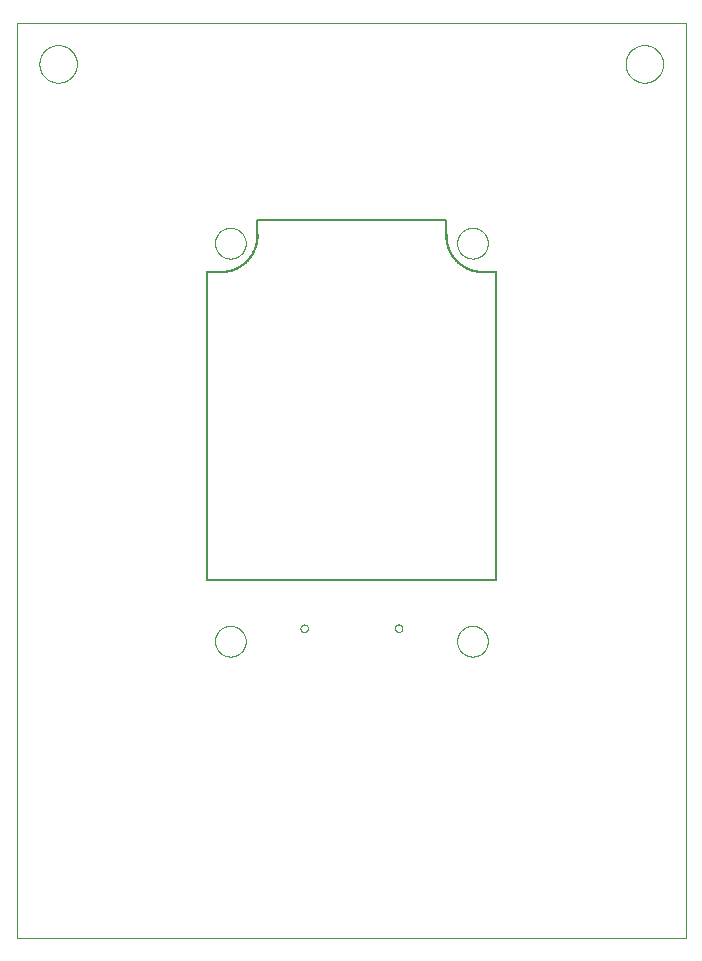
<source format=gm1>
G75*
%MOIN*%
%OFA0B0*%
%FSLAX25Y25*%
%IPPOS*%
%LPD*%
%AMOC8*
5,1,8,0,0,1.08239X$1,22.5*
%
%ADD10C,0.00000*%
%ADD11C,0.00500*%
%ADD12C,0.00050*%
D10*
X0076834Y0082447D02*
X0076834Y0387447D01*
X0299834Y0387447D01*
X0299834Y0082447D01*
X0076834Y0082447D01*
X0142922Y0181412D02*
X0142924Y0181555D01*
X0142930Y0181698D01*
X0142940Y0181840D01*
X0142954Y0181982D01*
X0142972Y0182124D01*
X0142994Y0182266D01*
X0143019Y0182406D01*
X0143049Y0182546D01*
X0143083Y0182685D01*
X0143120Y0182823D01*
X0143162Y0182960D01*
X0143207Y0183095D01*
X0143256Y0183229D01*
X0143308Y0183362D01*
X0143364Y0183494D01*
X0143424Y0183623D01*
X0143488Y0183751D01*
X0143555Y0183878D01*
X0143626Y0184002D01*
X0143700Y0184124D01*
X0143777Y0184244D01*
X0143858Y0184362D01*
X0143942Y0184478D01*
X0144029Y0184591D01*
X0144119Y0184702D01*
X0144213Y0184810D01*
X0144309Y0184916D01*
X0144408Y0185018D01*
X0144511Y0185118D01*
X0144615Y0185215D01*
X0144723Y0185310D01*
X0144833Y0185401D01*
X0144946Y0185489D01*
X0145061Y0185573D01*
X0145178Y0185655D01*
X0145298Y0185733D01*
X0145419Y0185808D01*
X0145543Y0185880D01*
X0145669Y0185948D01*
X0145796Y0186012D01*
X0145926Y0186073D01*
X0146057Y0186130D01*
X0146189Y0186184D01*
X0146323Y0186233D01*
X0146458Y0186280D01*
X0146595Y0186322D01*
X0146733Y0186360D01*
X0146871Y0186395D01*
X0147011Y0186425D01*
X0147151Y0186452D01*
X0147292Y0186475D01*
X0147434Y0186494D01*
X0147576Y0186509D01*
X0147719Y0186520D01*
X0147861Y0186527D01*
X0148004Y0186530D01*
X0148147Y0186529D01*
X0148290Y0186524D01*
X0148433Y0186515D01*
X0148575Y0186502D01*
X0148717Y0186485D01*
X0148858Y0186464D01*
X0148999Y0186439D01*
X0149139Y0186411D01*
X0149278Y0186378D01*
X0149416Y0186341D01*
X0149553Y0186301D01*
X0149689Y0186257D01*
X0149824Y0186209D01*
X0149957Y0186157D01*
X0150089Y0186102D01*
X0150219Y0186043D01*
X0150348Y0185980D01*
X0150474Y0185914D01*
X0150599Y0185844D01*
X0150722Y0185771D01*
X0150842Y0185695D01*
X0150961Y0185615D01*
X0151077Y0185531D01*
X0151191Y0185445D01*
X0151302Y0185355D01*
X0151411Y0185263D01*
X0151517Y0185167D01*
X0151621Y0185069D01*
X0151722Y0184967D01*
X0151819Y0184863D01*
X0151914Y0184756D01*
X0152006Y0184647D01*
X0152095Y0184535D01*
X0152181Y0184420D01*
X0152263Y0184304D01*
X0152342Y0184184D01*
X0152418Y0184063D01*
X0152490Y0183940D01*
X0152559Y0183815D01*
X0152624Y0183688D01*
X0152686Y0183559D01*
X0152744Y0183428D01*
X0152799Y0183296D01*
X0152849Y0183162D01*
X0152896Y0183027D01*
X0152940Y0182891D01*
X0152979Y0182754D01*
X0153014Y0182615D01*
X0153046Y0182476D01*
X0153074Y0182336D01*
X0153098Y0182195D01*
X0153118Y0182053D01*
X0153134Y0181911D01*
X0153146Y0181769D01*
X0153154Y0181626D01*
X0153158Y0181483D01*
X0153158Y0181341D01*
X0153154Y0181198D01*
X0153146Y0181055D01*
X0153134Y0180913D01*
X0153118Y0180771D01*
X0153098Y0180629D01*
X0153074Y0180488D01*
X0153046Y0180348D01*
X0153014Y0180209D01*
X0152979Y0180070D01*
X0152940Y0179933D01*
X0152896Y0179797D01*
X0152849Y0179662D01*
X0152799Y0179528D01*
X0152744Y0179396D01*
X0152686Y0179265D01*
X0152624Y0179136D01*
X0152559Y0179009D01*
X0152490Y0178884D01*
X0152418Y0178761D01*
X0152342Y0178640D01*
X0152263Y0178520D01*
X0152181Y0178404D01*
X0152095Y0178289D01*
X0152006Y0178177D01*
X0151914Y0178068D01*
X0151819Y0177961D01*
X0151722Y0177857D01*
X0151621Y0177755D01*
X0151517Y0177657D01*
X0151411Y0177561D01*
X0151302Y0177469D01*
X0151191Y0177379D01*
X0151077Y0177293D01*
X0150961Y0177209D01*
X0150842Y0177129D01*
X0150722Y0177053D01*
X0150599Y0176980D01*
X0150474Y0176910D01*
X0150348Y0176844D01*
X0150219Y0176781D01*
X0150089Y0176722D01*
X0149957Y0176667D01*
X0149824Y0176615D01*
X0149689Y0176567D01*
X0149553Y0176523D01*
X0149416Y0176483D01*
X0149278Y0176446D01*
X0149139Y0176413D01*
X0148999Y0176385D01*
X0148858Y0176360D01*
X0148717Y0176339D01*
X0148575Y0176322D01*
X0148433Y0176309D01*
X0148290Y0176300D01*
X0148147Y0176295D01*
X0148004Y0176294D01*
X0147861Y0176297D01*
X0147719Y0176304D01*
X0147576Y0176315D01*
X0147434Y0176330D01*
X0147292Y0176349D01*
X0147151Y0176372D01*
X0147011Y0176399D01*
X0146871Y0176429D01*
X0146733Y0176464D01*
X0146595Y0176502D01*
X0146458Y0176544D01*
X0146323Y0176591D01*
X0146189Y0176640D01*
X0146057Y0176694D01*
X0145926Y0176751D01*
X0145796Y0176812D01*
X0145669Y0176876D01*
X0145543Y0176944D01*
X0145419Y0177016D01*
X0145298Y0177091D01*
X0145178Y0177169D01*
X0145061Y0177251D01*
X0144946Y0177335D01*
X0144833Y0177423D01*
X0144723Y0177514D01*
X0144615Y0177609D01*
X0144511Y0177706D01*
X0144408Y0177806D01*
X0144309Y0177908D01*
X0144213Y0178014D01*
X0144119Y0178122D01*
X0144029Y0178233D01*
X0143942Y0178346D01*
X0143858Y0178462D01*
X0143777Y0178580D01*
X0143700Y0178700D01*
X0143626Y0178822D01*
X0143555Y0178946D01*
X0143488Y0179073D01*
X0143424Y0179201D01*
X0143364Y0179330D01*
X0143308Y0179462D01*
X0143256Y0179595D01*
X0143207Y0179729D01*
X0143162Y0179864D01*
X0143120Y0180001D01*
X0143083Y0180139D01*
X0143049Y0180278D01*
X0143019Y0180418D01*
X0142994Y0180558D01*
X0142972Y0180700D01*
X0142954Y0180842D01*
X0142940Y0180984D01*
X0142930Y0181126D01*
X0142924Y0181269D01*
X0142922Y0181412D01*
X0171396Y0185743D02*
X0171398Y0185813D01*
X0171404Y0185883D01*
X0171414Y0185952D01*
X0171427Y0186021D01*
X0171445Y0186089D01*
X0171466Y0186156D01*
X0171491Y0186221D01*
X0171520Y0186285D01*
X0171552Y0186348D01*
X0171588Y0186408D01*
X0171627Y0186466D01*
X0171669Y0186522D01*
X0171714Y0186576D01*
X0171762Y0186627D01*
X0171813Y0186675D01*
X0171867Y0186720D01*
X0171923Y0186762D01*
X0171981Y0186801D01*
X0172041Y0186837D01*
X0172104Y0186869D01*
X0172168Y0186898D01*
X0172233Y0186923D01*
X0172300Y0186944D01*
X0172368Y0186962D01*
X0172437Y0186975D01*
X0172506Y0186985D01*
X0172576Y0186991D01*
X0172646Y0186993D01*
X0172716Y0186991D01*
X0172786Y0186985D01*
X0172855Y0186975D01*
X0172924Y0186962D01*
X0172992Y0186944D01*
X0173059Y0186923D01*
X0173124Y0186898D01*
X0173188Y0186869D01*
X0173251Y0186837D01*
X0173311Y0186801D01*
X0173369Y0186762D01*
X0173425Y0186720D01*
X0173479Y0186675D01*
X0173530Y0186627D01*
X0173578Y0186576D01*
X0173623Y0186522D01*
X0173665Y0186466D01*
X0173704Y0186408D01*
X0173740Y0186348D01*
X0173772Y0186285D01*
X0173801Y0186221D01*
X0173826Y0186156D01*
X0173847Y0186089D01*
X0173865Y0186021D01*
X0173878Y0185952D01*
X0173888Y0185883D01*
X0173894Y0185813D01*
X0173896Y0185743D01*
X0173894Y0185673D01*
X0173888Y0185603D01*
X0173878Y0185534D01*
X0173865Y0185465D01*
X0173847Y0185397D01*
X0173826Y0185330D01*
X0173801Y0185265D01*
X0173772Y0185201D01*
X0173740Y0185138D01*
X0173704Y0185078D01*
X0173665Y0185020D01*
X0173623Y0184964D01*
X0173578Y0184910D01*
X0173530Y0184859D01*
X0173479Y0184811D01*
X0173425Y0184766D01*
X0173369Y0184724D01*
X0173311Y0184685D01*
X0173251Y0184649D01*
X0173188Y0184617D01*
X0173124Y0184588D01*
X0173059Y0184563D01*
X0172992Y0184542D01*
X0172924Y0184524D01*
X0172855Y0184511D01*
X0172786Y0184501D01*
X0172716Y0184495D01*
X0172646Y0184493D01*
X0172576Y0184495D01*
X0172506Y0184501D01*
X0172437Y0184511D01*
X0172368Y0184524D01*
X0172300Y0184542D01*
X0172233Y0184563D01*
X0172168Y0184588D01*
X0172104Y0184617D01*
X0172041Y0184649D01*
X0171981Y0184685D01*
X0171923Y0184724D01*
X0171867Y0184766D01*
X0171813Y0184811D01*
X0171762Y0184859D01*
X0171714Y0184910D01*
X0171669Y0184964D01*
X0171627Y0185020D01*
X0171588Y0185078D01*
X0171552Y0185138D01*
X0171520Y0185201D01*
X0171491Y0185265D01*
X0171466Y0185330D01*
X0171445Y0185397D01*
X0171427Y0185465D01*
X0171414Y0185534D01*
X0171404Y0185603D01*
X0171398Y0185673D01*
X0171396Y0185743D01*
X0202892Y0185743D02*
X0202894Y0185813D01*
X0202900Y0185883D01*
X0202910Y0185952D01*
X0202923Y0186021D01*
X0202941Y0186089D01*
X0202962Y0186156D01*
X0202987Y0186221D01*
X0203016Y0186285D01*
X0203048Y0186348D01*
X0203084Y0186408D01*
X0203123Y0186466D01*
X0203165Y0186522D01*
X0203210Y0186576D01*
X0203258Y0186627D01*
X0203309Y0186675D01*
X0203363Y0186720D01*
X0203419Y0186762D01*
X0203477Y0186801D01*
X0203537Y0186837D01*
X0203600Y0186869D01*
X0203664Y0186898D01*
X0203729Y0186923D01*
X0203796Y0186944D01*
X0203864Y0186962D01*
X0203933Y0186975D01*
X0204002Y0186985D01*
X0204072Y0186991D01*
X0204142Y0186993D01*
X0204212Y0186991D01*
X0204282Y0186985D01*
X0204351Y0186975D01*
X0204420Y0186962D01*
X0204488Y0186944D01*
X0204555Y0186923D01*
X0204620Y0186898D01*
X0204684Y0186869D01*
X0204747Y0186837D01*
X0204807Y0186801D01*
X0204865Y0186762D01*
X0204921Y0186720D01*
X0204975Y0186675D01*
X0205026Y0186627D01*
X0205074Y0186576D01*
X0205119Y0186522D01*
X0205161Y0186466D01*
X0205200Y0186408D01*
X0205236Y0186348D01*
X0205268Y0186285D01*
X0205297Y0186221D01*
X0205322Y0186156D01*
X0205343Y0186089D01*
X0205361Y0186021D01*
X0205374Y0185952D01*
X0205384Y0185883D01*
X0205390Y0185813D01*
X0205392Y0185743D01*
X0205390Y0185673D01*
X0205384Y0185603D01*
X0205374Y0185534D01*
X0205361Y0185465D01*
X0205343Y0185397D01*
X0205322Y0185330D01*
X0205297Y0185265D01*
X0205268Y0185201D01*
X0205236Y0185138D01*
X0205200Y0185078D01*
X0205161Y0185020D01*
X0205119Y0184964D01*
X0205074Y0184910D01*
X0205026Y0184859D01*
X0204975Y0184811D01*
X0204921Y0184766D01*
X0204865Y0184724D01*
X0204807Y0184685D01*
X0204747Y0184649D01*
X0204684Y0184617D01*
X0204620Y0184588D01*
X0204555Y0184563D01*
X0204488Y0184542D01*
X0204420Y0184524D01*
X0204351Y0184511D01*
X0204282Y0184501D01*
X0204212Y0184495D01*
X0204142Y0184493D01*
X0204072Y0184495D01*
X0204002Y0184501D01*
X0203933Y0184511D01*
X0203864Y0184524D01*
X0203796Y0184542D01*
X0203729Y0184563D01*
X0203664Y0184588D01*
X0203600Y0184617D01*
X0203537Y0184649D01*
X0203477Y0184685D01*
X0203419Y0184724D01*
X0203363Y0184766D01*
X0203309Y0184811D01*
X0203258Y0184859D01*
X0203210Y0184910D01*
X0203165Y0184964D01*
X0203123Y0185020D01*
X0203084Y0185078D01*
X0203048Y0185138D01*
X0203016Y0185201D01*
X0202987Y0185265D01*
X0202962Y0185330D01*
X0202941Y0185397D01*
X0202923Y0185465D01*
X0202910Y0185534D01*
X0202900Y0185603D01*
X0202894Y0185673D01*
X0202892Y0185743D01*
X0223630Y0181412D02*
X0223632Y0181555D01*
X0223638Y0181698D01*
X0223648Y0181840D01*
X0223662Y0181982D01*
X0223680Y0182124D01*
X0223702Y0182266D01*
X0223727Y0182406D01*
X0223757Y0182546D01*
X0223791Y0182685D01*
X0223828Y0182823D01*
X0223870Y0182960D01*
X0223915Y0183095D01*
X0223964Y0183229D01*
X0224016Y0183362D01*
X0224072Y0183494D01*
X0224132Y0183623D01*
X0224196Y0183751D01*
X0224263Y0183878D01*
X0224334Y0184002D01*
X0224408Y0184124D01*
X0224485Y0184244D01*
X0224566Y0184362D01*
X0224650Y0184478D01*
X0224737Y0184591D01*
X0224827Y0184702D01*
X0224921Y0184810D01*
X0225017Y0184916D01*
X0225116Y0185018D01*
X0225219Y0185118D01*
X0225323Y0185215D01*
X0225431Y0185310D01*
X0225541Y0185401D01*
X0225654Y0185489D01*
X0225769Y0185573D01*
X0225886Y0185655D01*
X0226006Y0185733D01*
X0226127Y0185808D01*
X0226251Y0185880D01*
X0226377Y0185948D01*
X0226504Y0186012D01*
X0226634Y0186073D01*
X0226765Y0186130D01*
X0226897Y0186184D01*
X0227031Y0186233D01*
X0227166Y0186280D01*
X0227303Y0186322D01*
X0227441Y0186360D01*
X0227579Y0186395D01*
X0227719Y0186425D01*
X0227859Y0186452D01*
X0228000Y0186475D01*
X0228142Y0186494D01*
X0228284Y0186509D01*
X0228427Y0186520D01*
X0228569Y0186527D01*
X0228712Y0186530D01*
X0228855Y0186529D01*
X0228998Y0186524D01*
X0229141Y0186515D01*
X0229283Y0186502D01*
X0229425Y0186485D01*
X0229566Y0186464D01*
X0229707Y0186439D01*
X0229847Y0186411D01*
X0229986Y0186378D01*
X0230124Y0186341D01*
X0230261Y0186301D01*
X0230397Y0186257D01*
X0230532Y0186209D01*
X0230665Y0186157D01*
X0230797Y0186102D01*
X0230927Y0186043D01*
X0231056Y0185980D01*
X0231182Y0185914D01*
X0231307Y0185844D01*
X0231430Y0185771D01*
X0231550Y0185695D01*
X0231669Y0185615D01*
X0231785Y0185531D01*
X0231899Y0185445D01*
X0232010Y0185355D01*
X0232119Y0185263D01*
X0232225Y0185167D01*
X0232329Y0185069D01*
X0232430Y0184967D01*
X0232527Y0184863D01*
X0232622Y0184756D01*
X0232714Y0184647D01*
X0232803Y0184535D01*
X0232889Y0184420D01*
X0232971Y0184304D01*
X0233050Y0184184D01*
X0233126Y0184063D01*
X0233198Y0183940D01*
X0233267Y0183815D01*
X0233332Y0183688D01*
X0233394Y0183559D01*
X0233452Y0183428D01*
X0233507Y0183296D01*
X0233557Y0183162D01*
X0233604Y0183027D01*
X0233648Y0182891D01*
X0233687Y0182754D01*
X0233722Y0182615D01*
X0233754Y0182476D01*
X0233782Y0182336D01*
X0233806Y0182195D01*
X0233826Y0182053D01*
X0233842Y0181911D01*
X0233854Y0181769D01*
X0233862Y0181626D01*
X0233866Y0181483D01*
X0233866Y0181341D01*
X0233862Y0181198D01*
X0233854Y0181055D01*
X0233842Y0180913D01*
X0233826Y0180771D01*
X0233806Y0180629D01*
X0233782Y0180488D01*
X0233754Y0180348D01*
X0233722Y0180209D01*
X0233687Y0180070D01*
X0233648Y0179933D01*
X0233604Y0179797D01*
X0233557Y0179662D01*
X0233507Y0179528D01*
X0233452Y0179396D01*
X0233394Y0179265D01*
X0233332Y0179136D01*
X0233267Y0179009D01*
X0233198Y0178884D01*
X0233126Y0178761D01*
X0233050Y0178640D01*
X0232971Y0178520D01*
X0232889Y0178404D01*
X0232803Y0178289D01*
X0232714Y0178177D01*
X0232622Y0178068D01*
X0232527Y0177961D01*
X0232430Y0177857D01*
X0232329Y0177755D01*
X0232225Y0177657D01*
X0232119Y0177561D01*
X0232010Y0177469D01*
X0231899Y0177379D01*
X0231785Y0177293D01*
X0231669Y0177209D01*
X0231550Y0177129D01*
X0231430Y0177053D01*
X0231307Y0176980D01*
X0231182Y0176910D01*
X0231056Y0176844D01*
X0230927Y0176781D01*
X0230797Y0176722D01*
X0230665Y0176667D01*
X0230532Y0176615D01*
X0230397Y0176567D01*
X0230261Y0176523D01*
X0230124Y0176483D01*
X0229986Y0176446D01*
X0229847Y0176413D01*
X0229707Y0176385D01*
X0229566Y0176360D01*
X0229425Y0176339D01*
X0229283Y0176322D01*
X0229141Y0176309D01*
X0228998Y0176300D01*
X0228855Y0176295D01*
X0228712Y0176294D01*
X0228569Y0176297D01*
X0228427Y0176304D01*
X0228284Y0176315D01*
X0228142Y0176330D01*
X0228000Y0176349D01*
X0227859Y0176372D01*
X0227719Y0176399D01*
X0227579Y0176429D01*
X0227441Y0176464D01*
X0227303Y0176502D01*
X0227166Y0176544D01*
X0227031Y0176591D01*
X0226897Y0176640D01*
X0226765Y0176694D01*
X0226634Y0176751D01*
X0226504Y0176812D01*
X0226377Y0176876D01*
X0226251Y0176944D01*
X0226127Y0177016D01*
X0226006Y0177091D01*
X0225886Y0177169D01*
X0225769Y0177251D01*
X0225654Y0177335D01*
X0225541Y0177423D01*
X0225431Y0177514D01*
X0225323Y0177609D01*
X0225219Y0177706D01*
X0225116Y0177806D01*
X0225017Y0177908D01*
X0224921Y0178014D01*
X0224827Y0178122D01*
X0224737Y0178233D01*
X0224650Y0178346D01*
X0224566Y0178462D01*
X0224485Y0178580D01*
X0224408Y0178700D01*
X0224334Y0178822D01*
X0224263Y0178946D01*
X0224196Y0179073D01*
X0224132Y0179201D01*
X0224072Y0179330D01*
X0224016Y0179462D01*
X0223964Y0179595D01*
X0223915Y0179729D01*
X0223870Y0179864D01*
X0223828Y0180001D01*
X0223791Y0180139D01*
X0223757Y0180278D01*
X0223727Y0180418D01*
X0223702Y0180558D01*
X0223680Y0180700D01*
X0223662Y0180842D01*
X0223648Y0180984D01*
X0223638Y0181126D01*
X0223632Y0181269D01*
X0223630Y0181412D01*
X0223630Y0314089D02*
X0223632Y0314232D01*
X0223638Y0314375D01*
X0223648Y0314517D01*
X0223662Y0314659D01*
X0223680Y0314801D01*
X0223702Y0314943D01*
X0223727Y0315083D01*
X0223757Y0315223D01*
X0223791Y0315362D01*
X0223828Y0315500D01*
X0223870Y0315637D01*
X0223915Y0315772D01*
X0223964Y0315906D01*
X0224016Y0316039D01*
X0224072Y0316171D01*
X0224132Y0316300D01*
X0224196Y0316428D01*
X0224263Y0316555D01*
X0224334Y0316679D01*
X0224408Y0316801D01*
X0224485Y0316921D01*
X0224566Y0317039D01*
X0224650Y0317155D01*
X0224737Y0317268D01*
X0224827Y0317379D01*
X0224921Y0317487D01*
X0225017Y0317593D01*
X0225116Y0317695D01*
X0225219Y0317795D01*
X0225323Y0317892D01*
X0225431Y0317987D01*
X0225541Y0318078D01*
X0225654Y0318166D01*
X0225769Y0318250D01*
X0225886Y0318332D01*
X0226006Y0318410D01*
X0226127Y0318485D01*
X0226251Y0318557D01*
X0226377Y0318625D01*
X0226504Y0318689D01*
X0226634Y0318750D01*
X0226765Y0318807D01*
X0226897Y0318861D01*
X0227031Y0318910D01*
X0227166Y0318957D01*
X0227303Y0318999D01*
X0227441Y0319037D01*
X0227579Y0319072D01*
X0227719Y0319102D01*
X0227859Y0319129D01*
X0228000Y0319152D01*
X0228142Y0319171D01*
X0228284Y0319186D01*
X0228427Y0319197D01*
X0228569Y0319204D01*
X0228712Y0319207D01*
X0228855Y0319206D01*
X0228998Y0319201D01*
X0229141Y0319192D01*
X0229283Y0319179D01*
X0229425Y0319162D01*
X0229566Y0319141D01*
X0229707Y0319116D01*
X0229847Y0319088D01*
X0229986Y0319055D01*
X0230124Y0319018D01*
X0230261Y0318978D01*
X0230397Y0318934D01*
X0230532Y0318886D01*
X0230665Y0318834D01*
X0230797Y0318779D01*
X0230927Y0318720D01*
X0231056Y0318657D01*
X0231182Y0318591D01*
X0231307Y0318521D01*
X0231430Y0318448D01*
X0231550Y0318372D01*
X0231669Y0318292D01*
X0231785Y0318208D01*
X0231899Y0318122D01*
X0232010Y0318032D01*
X0232119Y0317940D01*
X0232225Y0317844D01*
X0232329Y0317746D01*
X0232430Y0317644D01*
X0232527Y0317540D01*
X0232622Y0317433D01*
X0232714Y0317324D01*
X0232803Y0317212D01*
X0232889Y0317097D01*
X0232971Y0316981D01*
X0233050Y0316861D01*
X0233126Y0316740D01*
X0233198Y0316617D01*
X0233267Y0316492D01*
X0233332Y0316365D01*
X0233394Y0316236D01*
X0233452Y0316105D01*
X0233507Y0315973D01*
X0233557Y0315839D01*
X0233604Y0315704D01*
X0233648Y0315568D01*
X0233687Y0315431D01*
X0233722Y0315292D01*
X0233754Y0315153D01*
X0233782Y0315013D01*
X0233806Y0314872D01*
X0233826Y0314730D01*
X0233842Y0314588D01*
X0233854Y0314446D01*
X0233862Y0314303D01*
X0233866Y0314160D01*
X0233866Y0314018D01*
X0233862Y0313875D01*
X0233854Y0313732D01*
X0233842Y0313590D01*
X0233826Y0313448D01*
X0233806Y0313306D01*
X0233782Y0313165D01*
X0233754Y0313025D01*
X0233722Y0312886D01*
X0233687Y0312747D01*
X0233648Y0312610D01*
X0233604Y0312474D01*
X0233557Y0312339D01*
X0233507Y0312205D01*
X0233452Y0312073D01*
X0233394Y0311942D01*
X0233332Y0311813D01*
X0233267Y0311686D01*
X0233198Y0311561D01*
X0233126Y0311438D01*
X0233050Y0311317D01*
X0232971Y0311197D01*
X0232889Y0311081D01*
X0232803Y0310966D01*
X0232714Y0310854D01*
X0232622Y0310745D01*
X0232527Y0310638D01*
X0232430Y0310534D01*
X0232329Y0310432D01*
X0232225Y0310334D01*
X0232119Y0310238D01*
X0232010Y0310146D01*
X0231899Y0310056D01*
X0231785Y0309970D01*
X0231669Y0309886D01*
X0231550Y0309806D01*
X0231430Y0309730D01*
X0231307Y0309657D01*
X0231182Y0309587D01*
X0231056Y0309521D01*
X0230927Y0309458D01*
X0230797Y0309399D01*
X0230665Y0309344D01*
X0230532Y0309292D01*
X0230397Y0309244D01*
X0230261Y0309200D01*
X0230124Y0309160D01*
X0229986Y0309123D01*
X0229847Y0309090D01*
X0229707Y0309062D01*
X0229566Y0309037D01*
X0229425Y0309016D01*
X0229283Y0308999D01*
X0229141Y0308986D01*
X0228998Y0308977D01*
X0228855Y0308972D01*
X0228712Y0308971D01*
X0228569Y0308974D01*
X0228427Y0308981D01*
X0228284Y0308992D01*
X0228142Y0309007D01*
X0228000Y0309026D01*
X0227859Y0309049D01*
X0227719Y0309076D01*
X0227579Y0309106D01*
X0227441Y0309141D01*
X0227303Y0309179D01*
X0227166Y0309221D01*
X0227031Y0309268D01*
X0226897Y0309317D01*
X0226765Y0309371D01*
X0226634Y0309428D01*
X0226504Y0309489D01*
X0226377Y0309553D01*
X0226251Y0309621D01*
X0226127Y0309693D01*
X0226006Y0309768D01*
X0225886Y0309846D01*
X0225769Y0309928D01*
X0225654Y0310012D01*
X0225541Y0310100D01*
X0225431Y0310191D01*
X0225323Y0310286D01*
X0225219Y0310383D01*
X0225116Y0310483D01*
X0225017Y0310585D01*
X0224921Y0310691D01*
X0224827Y0310799D01*
X0224737Y0310910D01*
X0224650Y0311023D01*
X0224566Y0311139D01*
X0224485Y0311257D01*
X0224408Y0311377D01*
X0224334Y0311499D01*
X0224263Y0311623D01*
X0224196Y0311750D01*
X0224132Y0311878D01*
X0224072Y0312007D01*
X0224016Y0312139D01*
X0223964Y0312272D01*
X0223915Y0312406D01*
X0223870Y0312541D01*
X0223828Y0312678D01*
X0223791Y0312816D01*
X0223757Y0312955D01*
X0223727Y0313095D01*
X0223702Y0313235D01*
X0223680Y0313377D01*
X0223662Y0313519D01*
X0223648Y0313661D01*
X0223638Y0313803D01*
X0223632Y0313946D01*
X0223630Y0314089D01*
X0142922Y0314089D02*
X0142924Y0314232D01*
X0142930Y0314375D01*
X0142940Y0314517D01*
X0142954Y0314659D01*
X0142972Y0314801D01*
X0142994Y0314943D01*
X0143019Y0315083D01*
X0143049Y0315223D01*
X0143083Y0315362D01*
X0143120Y0315500D01*
X0143162Y0315637D01*
X0143207Y0315772D01*
X0143256Y0315906D01*
X0143308Y0316039D01*
X0143364Y0316171D01*
X0143424Y0316300D01*
X0143488Y0316428D01*
X0143555Y0316555D01*
X0143626Y0316679D01*
X0143700Y0316801D01*
X0143777Y0316921D01*
X0143858Y0317039D01*
X0143942Y0317155D01*
X0144029Y0317268D01*
X0144119Y0317379D01*
X0144213Y0317487D01*
X0144309Y0317593D01*
X0144408Y0317695D01*
X0144511Y0317795D01*
X0144615Y0317892D01*
X0144723Y0317987D01*
X0144833Y0318078D01*
X0144946Y0318166D01*
X0145061Y0318250D01*
X0145178Y0318332D01*
X0145298Y0318410D01*
X0145419Y0318485D01*
X0145543Y0318557D01*
X0145669Y0318625D01*
X0145796Y0318689D01*
X0145926Y0318750D01*
X0146057Y0318807D01*
X0146189Y0318861D01*
X0146323Y0318910D01*
X0146458Y0318957D01*
X0146595Y0318999D01*
X0146733Y0319037D01*
X0146871Y0319072D01*
X0147011Y0319102D01*
X0147151Y0319129D01*
X0147292Y0319152D01*
X0147434Y0319171D01*
X0147576Y0319186D01*
X0147719Y0319197D01*
X0147861Y0319204D01*
X0148004Y0319207D01*
X0148147Y0319206D01*
X0148290Y0319201D01*
X0148433Y0319192D01*
X0148575Y0319179D01*
X0148717Y0319162D01*
X0148858Y0319141D01*
X0148999Y0319116D01*
X0149139Y0319088D01*
X0149278Y0319055D01*
X0149416Y0319018D01*
X0149553Y0318978D01*
X0149689Y0318934D01*
X0149824Y0318886D01*
X0149957Y0318834D01*
X0150089Y0318779D01*
X0150219Y0318720D01*
X0150348Y0318657D01*
X0150474Y0318591D01*
X0150599Y0318521D01*
X0150722Y0318448D01*
X0150842Y0318372D01*
X0150961Y0318292D01*
X0151077Y0318208D01*
X0151191Y0318122D01*
X0151302Y0318032D01*
X0151411Y0317940D01*
X0151517Y0317844D01*
X0151621Y0317746D01*
X0151722Y0317644D01*
X0151819Y0317540D01*
X0151914Y0317433D01*
X0152006Y0317324D01*
X0152095Y0317212D01*
X0152181Y0317097D01*
X0152263Y0316981D01*
X0152342Y0316861D01*
X0152418Y0316740D01*
X0152490Y0316617D01*
X0152559Y0316492D01*
X0152624Y0316365D01*
X0152686Y0316236D01*
X0152744Y0316105D01*
X0152799Y0315973D01*
X0152849Y0315839D01*
X0152896Y0315704D01*
X0152940Y0315568D01*
X0152979Y0315431D01*
X0153014Y0315292D01*
X0153046Y0315153D01*
X0153074Y0315013D01*
X0153098Y0314872D01*
X0153118Y0314730D01*
X0153134Y0314588D01*
X0153146Y0314446D01*
X0153154Y0314303D01*
X0153158Y0314160D01*
X0153158Y0314018D01*
X0153154Y0313875D01*
X0153146Y0313732D01*
X0153134Y0313590D01*
X0153118Y0313448D01*
X0153098Y0313306D01*
X0153074Y0313165D01*
X0153046Y0313025D01*
X0153014Y0312886D01*
X0152979Y0312747D01*
X0152940Y0312610D01*
X0152896Y0312474D01*
X0152849Y0312339D01*
X0152799Y0312205D01*
X0152744Y0312073D01*
X0152686Y0311942D01*
X0152624Y0311813D01*
X0152559Y0311686D01*
X0152490Y0311561D01*
X0152418Y0311438D01*
X0152342Y0311317D01*
X0152263Y0311197D01*
X0152181Y0311081D01*
X0152095Y0310966D01*
X0152006Y0310854D01*
X0151914Y0310745D01*
X0151819Y0310638D01*
X0151722Y0310534D01*
X0151621Y0310432D01*
X0151517Y0310334D01*
X0151411Y0310238D01*
X0151302Y0310146D01*
X0151191Y0310056D01*
X0151077Y0309970D01*
X0150961Y0309886D01*
X0150842Y0309806D01*
X0150722Y0309730D01*
X0150599Y0309657D01*
X0150474Y0309587D01*
X0150348Y0309521D01*
X0150219Y0309458D01*
X0150089Y0309399D01*
X0149957Y0309344D01*
X0149824Y0309292D01*
X0149689Y0309244D01*
X0149553Y0309200D01*
X0149416Y0309160D01*
X0149278Y0309123D01*
X0149139Y0309090D01*
X0148999Y0309062D01*
X0148858Y0309037D01*
X0148717Y0309016D01*
X0148575Y0308999D01*
X0148433Y0308986D01*
X0148290Y0308977D01*
X0148147Y0308972D01*
X0148004Y0308971D01*
X0147861Y0308974D01*
X0147719Y0308981D01*
X0147576Y0308992D01*
X0147434Y0309007D01*
X0147292Y0309026D01*
X0147151Y0309049D01*
X0147011Y0309076D01*
X0146871Y0309106D01*
X0146733Y0309141D01*
X0146595Y0309179D01*
X0146458Y0309221D01*
X0146323Y0309268D01*
X0146189Y0309317D01*
X0146057Y0309371D01*
X0145926Y0309428D01*
X0145796Y0309489D01*
X0145669Y0309553D01*
X0145543Y0309621D01*
X0145419Y0309693D01*
X0145298Y0309768D01*
X0145178Y0309846D01*
X0145061Y0309928D01*
X0144946Y0310012D01*
X0144833Y0310100D01*
X0144723Y0310191D01*
X0144615Y0310286D01*
X0144511Y0310383D01*
X0144408Y0310483D01*
X0144309Y0310585D01*
X0144213Y0310691D01*
X0144119Y0310799D01*
X0144029Y0310910D01*
X0143942Y0311023D01*
X0143858Y0311139D01*
X0143777Y0311257D01*
X0143700Y0311377D01*
X0143626Y0311499D01*
X0143555Y0311623D01*
X0143488Y0311750D01*
X0143424Y0311878D01*
X0143364Y0312007D01*
X0143308Y0312139D01*
X0143256Y0312272D01*
X0143207Y0312406D01*
X0143162Y0312541D01*
X0143120Y0312678D01*
X0143083Y0312816D01*
X0143049Y0312955D01*
X0143019Y0313095D01*
X0142994Y0313235D01*
X0142972Y0313377D01*
X0142954Y0313519D01*
X0142940Y0313661D01*
X0142930Y0313803D01*
X0142924Y0313946D01*
X0142922Y0314089D01*
X0084384Y0373847D02*
X0084386Y0374005D01*
X0084392Y0374162D01*
X0084402Y0374320D01*
X0084416Y0374477D01*
X0084434Y0374633D01*
X0084455Y0374790D01*
X0084481Y0374945D01*
X0084511Y0375100D01*
X0084544Y0375254D01*
X0084582Y0375407D01*
X0084623Y0375560D01*
X0084668Y0375711D01*
X0084717Y0375861D01*
X0084770Y0376009D01*
X0084826Y0376157D01*
X0084887Y0376302D01*
X0084950Y0376447D01*
X0085018Y0376589D01*
X0085089Y0376730D01*
X0085163Y0376869D01*
X0085241Y0377006D01*
X0085323Y0377141D01*
X0085407Y0377274D01*
X0085496Y0377405D01*
X0085587Y0377533D01*
X0085682Y0377660D01*
X0085779Y0377783D01*
X0085880Y0377905D01*
X0085984Y0378023D01*
X0086091Y0378139D01*
X0086201Y0378252D01*
X0086313Y0378363D01*
X0086429Y0378470D01*
X0086547Y0378575D01*
X0086667Y0378677D01*
X0086790Y0378775D01*
X0086916Y0378871D01*
X0087044Y0378963D01*
X0087174Y0379052D01*
X0087306Y0379138D01*
X0087441Y0379220D01*
X0087578Y0379299D01*
X0087716Y0379374D01*
X0087856Y0379446D01*
X0087999Y0379514D01*
X0088142Y0379579D01*
X0088288Y0379640D01*
X0088435Y0379697D01*
X0088583Y0379751D01*
X0088733Y0379801D01*
X0088883Y0379847D01*
X0089035Y0379889D01*
X0089188Y0379928D01*
X0089342Y0379962D01*
X0089497Y0379993D01*
X0089652Y0380019D01*
X0089808Y0380042D01*
X0089965Y0380061D01*
X0090122Y0380076D01*
X0090279Y0380087D01*
X0090437Y0380094D01*
X0090595Y0380097D01*
X0090752Y0380096D01*
X0090910Y0380091D01*
X0091067Y0380082D01*
X0091225Y0380069D01*
X0091381Y0380052D01*
X0091538Y0380031D01*
X0091693Y0380007D01*
X0091848Y0379978D01*
X0092003Y0379945D01*
X0092156Y0379909D01*
X0092309Y0379868D01*
X0092460Y0379824D01*
X0092610Y0379776D01*
X0092759Y0379725D01*
X0092907Y0379669D01*
X0093053Y0379610D01*
X0093198Y0379547D01*
X0093341Y0379480D01*
X0093482Y0379410D01*
X0093621Y0379337D01*
X0093759Y0379260D01*
X0093895Y0379179D01*
X0094028Y0379095D01*
X0094159Y0379008D01*
X0094288Y0378917D01*
X0094415Y0378823D01*
X0094540Y0378726D01*
X0094661Y0378626D01*
X0094781Y0378523D01*
X0094897Y0378417D01*
X0095011Y0378308D01*
X0095123Y0378196D01*
X0095231Y0378082D01*
X0095336Y0377964D01*
X0095439Y0377844D01*
X0095538Y0377722D01*
X0095634Y0377597D01*
X0095727Y0377469D01*
X0095817Y0377340D01*
X0095903Y0377208D01*
X0095987Y0377074D01*
X0096066Y0376938D01*
X0096143Y0376800D01*
X0096215Y0376660D01*
X0096284Y0376518D01*
X0096350Y0376375D01*
X0096412Y0376230D01*
X0096470Y0376083D01*
X0096525Y0375935D01*
X0096576Y0375786D01*
X0096623Y0375635D01*
X0096666Y0375484D01*
X0096705Y0375331D01*
X0096741Y0375177D01*
X0096772Y0375023D01*
X0096800Y0374868D01*
X0096824Y0374712D01*
X0096844Y0374555D01*
X0096860Y0374398D01*
X0096872Y0374241D01*
X0096880Y0374084D01*
X0096884Y0373926D01*
X0096884Y0373768D01*
X0096880Y0373610D01*
X0096872Y0373453D01*
X0096860Y0373296D01*
X0096844Y0373139D01*
X0096824Y0372982D01*
X0096800Y0372826D01*
X0096772Y0372671D01*
X0096741Y0372517D01*
X0096705Y0372363D01*
X0096666Y0372210D01*
X0096623Y0372059D01*
X0096576Y0371908D01*
X0096525Y0371759D01*
X0096470Y0371611D01*
X0096412Y0371464D01*
X0096350Y0371319D01*
X0096284Y0371176D01*
X0096215Y0371034D01*
X0096143Y0370894D01*
X0096066Y0370756D01*
X0095987Y0370620D01*
X0095903Y0370486D01*
X0095817Y0370354D01*
X0095727Y0370225D01*
X0095634Y0370097D01*
X0095538Y0369972D01*
X0095439Y0369850D01*
X0095336Y0369730D01*
X0095231Y0369612D01*
X0095123Y0369498D01*
X0095011Y0369386D01*
X0094897Y0369277D01*
X0094781Y0369171D01*
X0094661Y0369068D01*
X0094540Y0368968D01*
X0094415Y0368871D01*
X0094288Y0368777D01*
X0094159Y0368686D01*
X0094028Y0368599D01*
X0093895Y0368515D01*
X0093759Y0368434D01*
X0093621Y0368357D01*
X0093482Y0368284D01*
X0093341Y0368214D01*
X0093198Y0368147D01*
X0093053Y0368084D01*
X0092907Y0368025D01*
X0092759Y0367969D01*
X0092610Y0367918D01*
X0092460Y0367870D01*
X0092309Y0367826D01*
X0092156Y0367785D01*
X0092003Y0367749D01*
X0091848Y0367716D01*
X0091693Y0367687D01*
X0091538Y0367663D01*
X0091381Y0367642D01*
X0091225Y0367625D01*
X0091067Y0367612D01*
X0090910Y0367603D01*
X0090752Y0367598D01*
X0090595Y0367597D01*
X0090437Y0367600D01*
X0090279Y0367607D01*
X0090122Y0367618D01*
X0089965Y0367633D01*
X0089808Y0367652D01*
X0089652Y0367675D01*
X0089497Y0367701D01*
X0089342Y0367732D01*
X0089188Y0367766D01*
X0089035Y0367805D01*
X0088883Y0367847D01*
X0088733Y0367893D01*
X0088583Y0367943D01*
X0088435Y0367997D01*
X0088288Y0368054D01*
X0088142Y0368115D01*
X0087999Y0368180D01*
X0087856Y0368248D01*
X0087716Y0368320D01*
X0087578Y0368395D01*
X0087441Y0368474D01*
X0087306Y0368556D01*
X0087174Y0368642D01*
X0087044Y0368731D01*
X0086916Y0368823D01*
X0086790Y0368919D01*
X0086667Y0369017D01*
X0086547Y0369119D01*
X0086429Y0369224D01*
X0086313Y0369331D01*
X0086201Y0369442D01*
X0086091Y0369555D01*
X0085984Y0369671D01*
X0085880Y0369789D01*
X0085779Y0369911D01*
X0085682Y0370034D01*
X0085587Y0370161D01*
X0085496Y0370289D01*
X0085407Y0370420D01*
X0085323Y0370553D01*
X0085241Y0370688D01*
X0085163Y0370825D01*
X0085089Y0370964D01*
X0085018Y0371105D01*
X0084950Y0371247D01*
X0084887Y0371392D01*
X0084826Y0371537D01*
X0084770Y0371685D01*
X0084717Y0371833D01*
X0084668Y0371983D01*
X0084623Y0372134D01*
X0084582Y0372287D01*
X0084544Y0372440D01*
X0084511Y0372594D01*
X0084481Y0372749D01*
X0084455Y0372904D01*
X0084434Y0373061D01*
X0084416Y0373217D01*
X0084402Y0373374D01*
X0084392Y0373532D01*
X0084386Y0373689D01*
X0084384Y0373847D01*
X0279784Y0373847D02*
X0279786Y0374005D01*
X0279792Y0374162D01*
X0279802Y0374320D01*
X0279816Y0374477D01*
X0279834Y0374633D01*
X0279855Y0374790D01*
X0279881Y0374945D01*
X0279911Y0375100D01*
X0279944Y0375254D01*
X0279982Y0375407D01*
X0280023Y0375560D01*
X0280068Y0375711D01*
X0280117Y0375861D01*
X0280170Y0376009D01*
X0280226Y0376157D01*
X0280287Y0376302D01*
X0280350Y0376447D01*
X0280418Y0376589D01*
X0280489Y0376730D01*
X0280563Y0376869D01*
X0280641Y0377006D01*
X0280723Y0377141D01*
X0280807Y0377274D01*
X0280896Y0377405D01*
X0280987Y0377533D01*
X0281082Y0377660D01*
X0281179Y0377783D01*
X0281280Y0377905D01*
X0281384Y0378023D01*
X0281491Y0378139D01*
X0281601Y0378252D01*
X0281713Y0378363D01*
X0281829Y0378470D01*
X0281947Y0378575D01*
X0282067Y0378677D01*
X0282190Y0378775D01*
X0282316Y0378871D01*
X0282444Y0378963D01*
X0282574Y0379052D01*
X0282706Y0379138D01*
X0282841Y0379220D01*
X0282978Y0379299D01*
X0283116Y0379374D01*
X0283256Y0379446D01*
X0283399Y0379514D01*
X0283542Y0379579D01*
X0283688Y0379640D01*
X0283835Y0379697D01*
X0283983Y0379751D01*
X0284133Y0379801D01*
X0284283Y0379847D01*
X0284435Y0379889D01*
X0284588Y0379928D01*
X0284742Y0379962D01*
X0284897Y0379993D01*
X0285052Y0380019D01*
X0285208Y0380042D01*
X0285365Y0380061D01*
X0285522Y0380076D01*
X0285679Y0380087D01*
X0285837Y0380094D01*
X0285995Y0380097D01*
X0286152Y0380096D01*
X0286310Y0380091D01*
X0286467Y0380082D01*
X0286625Y0380069D01*
X0286781Y0380052D01*
X0286938Y0380031D01*
X0287093Y0380007D01*
X0287248Y0379978D01*
X0287403Y0379945D01*
X0287556Y0379909D01*
X0287709Y0379868D01*
X0287860Y0379824D01*
X0288010Y0379776D01*
X0288159Y0379725D01*
X0288307Y0379669D01*
X0288453Y0379610D01*
X0288598Y0379547D01*
X0288741Y0379480D01*
X0288882Y0379410D01*
X0289021Y0379337D01*
X0289159Y0379260D01*
X0289295Y0379179D01*
X0289428Y0379095D01*
X0289559Y0379008D01*
X0289688Y0378917D01*
X0289815Y0378823D01*
X0289940Y0378726D01*
X0290061Y0378626D01*
X0290181Y0378523D01*
X0290297Y0378417D01*
X0290411Y0378308D01*
X0290523Y0378196D01*
X0290631Y0378082D01*
X0290736Y0377964D01*
X0290839Y0377844D01*
X0290938Y0377722D01*
X0291034Y0377597D01*
X0291127Y0377469D01*
X0291217Y0377340D01*
X0291303Y0377208D01*
X0291387Y0377074D01*
X0291466Y0376938D01*
X0291543Y0376800D01*
X0291615Y0376660D01*
X0291684Y0376518D01*
X0291750Y0376375D01*
X0291812Y0376230D01*
X0291870Y0376083D01*
X0291925Y0375935D01*
X0291976Y0375786D01*
X0292023Y0375635D01*
X0292066Y0375484D01*
X0292105Y0375331D01*
X0292141Y0375177D01*
X0292172Y0375023D01*
X0292200Y0374868D01*
X0292224Y0374712D01*
X0292244Y0374555D01*
X0292260Y0374398D01*
X0292272Y0374241D01*
X0292280Y0374084D01*
X0292284Y0373926D01*
X0292284Y0373768D01*
X0292280Y0373610D01*
X0292272Y0373453D01*
X0292260Y0373296D01*
X0292244Y0373139D01*
X0292224Y0372982D01*
X0292200Y0372826D01*
X0292172Y0372671D01*
X0292141Y0372517D01*
X0292105Y0372363D01*
X0292066Y0372210D01*
X0292023Y0372059D01*
X0291976Y0371908D01*
X0291925Y0371759D01*
X0291870Y0371611D01*
X0291812Y0371464D01*
X0291750Y0371319D01*
X0291684Y0371176D01*
X0291615Y0371034D01*
X0291543Y0370894D01*
X0291466Y0370756D01*
X0291387Y0370620D01*
X0291303Y0370486D01*
X0291217Y0370354D01*
X0291127Y0370225D01*
X0291034Y0370097D01*
X0290938Y0369972D01*
X0290839Y0369850D01*
X0290736Y0369730D01*
X0290631Y0369612D01*
X0290523Y0369498D01*
X0290411Y0369386D01*
X0290297Y0369277D01*
X0290181Y0369171D01*
X0290061Y0369068D01*
X0289940Y0368968D01*
X0289815Y0368871D01*
X0289688Y0368777D01*
X0289559Y0368686D01*
X0289428Y0368599D01*
X0289295Y0368515D01*
X0289159Y0368434D01*
X0289021Y0368357D01*
X0288882Y0368284D01*
X0288741Y0368214D01*
X0288598Y0368147D01*
X0288453Y0368084D01*
X0288307Y0368025D01*
X0288159Y0367969D01*
X0288010Y0367918D01*
X0287860Y0367870D01*
X0287709Y0367826D01*
X0287556Y0367785D01*
X0287403Y0367749D01*
X0287248Y0367716D01*
X0287093Y0367687D01*
X0286938Y0367663D01*
X0286781Y0367642D01*
X0286625Y0367625D01*
X0286467Y0367612D01*
X0286310Y0367603D01*
X0286152Y0367598D01*
X0285995Y0367597D01*
X0285837Y0367600D01*
X0285679Y0367607D01*
X0285522Y0367618D01*
X0285365Y0367633D01*
X0285208Y0367652D01*
X0285052Y0367675D01*
X0284897Y0367701D01*
X0284742Y0367732D01*
X0284588Y0367766D01*
X0284435Y0367805D01*
X0284283Y0367847D01*
X0284133Y0367893D01*
X0283983Y0367943D01*
X0283835Y0367997D01*
X0283688Y0368054D01*
X0283542Y0368115D01*
X0283399Y0368180D01*
X0283256Y0368248D01*
X0283116Y0368320D01*
X0282978Y0368395D01*
X0282841Y0368474D01*
X0282706Y0368556D01*
X0282574Y0368642D01*
X0282444Y0368731D01*
X0282316Y0368823D01*
X0282190Y0368919D01*
X0282067Y0369017D01*
X0281947Y0369119D01*
X0281829Y0369224D01*
X0281713Y0369331D01*
X0281601Y0369442D01*
X0281491Y0369555D01*
X0281384Y0369671D01*
X0281280Y0369789D01*
X0281179Y0369911D01*
X0281082Y0370034D01*
X0280987Y0370161D01*
X0280896Y0370289D01*
X0280807Y0370420D01*
X0280723Y0370553D01*
X0280641Y0370688D01*
X0280563Y0370825D01*
X0280489Y0370964D01*
X0280418Y0371105D01*
X0280350Y0371247D01*
X0280287Y0371392D01*
X0280226Y0371537D01*
X0280170Y0371685D01*
X0280117Y0371833D01*
X0280068Y0371983D01*
X0280023Y0372134D01*
X0279982Y0372287D01*
X0279944Y0372440D01*
X0279911Y0372594D01*
X0279881Y0372749D01*
X0279855Y0372904D01*
X0279834Y0373061D01*
X0279816Y0373217D01*
X0279802Y0373374D01*
X0279792Y0373532D01*
X0279786Y0373689D01*
X0279784Y0373847D01*
D11*
X0219890Y0321963D02*
X0219890Y0317239D01*
X0219890Y0321963D02*
X0156898Y0321963D01*
X0156898Y0317239D01*
X0144693Y0304640D02*
X0140194Y0304640D01*
X0140165Y0304657D02*
X0140165Y0201757D01*
X0236622Y0201757D01*
X0236622Y0304657D01*
X0236624Y0304640D02*
X0232488Y0304640D01*
D12*
X0219664Y0317222D02*
X0220114Y0317203D01*
X0220113Y0317204D02*
X0220105Y0316916D01*
X0220104Y0316627D01*
X0220111Y0316339D01*
X0220124Y0316051D01*
X0220144Y0315764D01*
X0220171Y0315477D01*
X0220205Y0315191D01*
X0220246Y0314905D01*
X0220294Y0314621D01*
X0220348Y0314338D01*
X0220410Y0314056D01*
X0220478Y0313776D01*
X0220553Y0313498D01*
X0220635Y0313222D01*
X0220724Y0312948D01*
X0220819Y0312675D01*
X0220921Y0312406D01*
X0221029Y0312139D01*
X0221144Y0311874D01*
X0221265Y0311613D01*
X0221392Y0311354D01*
X0221526Y0311099D01*
X0221666Y0310847D01*
X0221812Y0310598D01*
X0221964Y0310353D01*
X0222121Y0310112D01*
X0222285Y0309875D01*
X0222454Y0309641D01*
X0222629Y0309412D01*
X0222809Y0309187D01*
X0222995Y0308967D01*
X0223186Y0308751D01*
X0223383Y0308540D01*
X0223584Y0308334D01*
X0223790Y0308133D01*
X0224001Y0307936D01*
X0224217Y0307745D01*
X0224437Y0307559D01*
X0224662Y0307379D01*
X0224891Y0307204D01*
X0225125Y0307035D01*
X0225362Y0306871D01*
X0225603Y0306714D01*
X0225848Y0306562D01*
X0226097Y0306416D01*
X0226349Y0306276D01*
X0226604Y0306142D01*
X0226863Y0306015D01*
X0227124Y0305894D01*
X0227389Y0305779D01*
X0227656Y0305671D01*
X0227925Y0305569D01*
X0228198Y0305474D01*
X0228472Y0305385D01*
X0228748Y0305303D01*
X0229026Y0305228D01*
X0229306Y0305160D01*
X0229588Y0305098D01*
X0229871Y0305044D01*
X0230155Y0304996D01*
X0230441Y0304955D01*
X0230727Y0304921D01*
X0231014Y0304894D01*
X0231301Y0304874D01*
X0231589Y0304861D01*
X0231877Y0304854D01*
X0232166Y0304855D01*
X0232454Y0304863D01*
X0232472Y0304414D01*
X0232173Y0304405D01*
X0231874Y0304404D01*
X0231575Y0304411D01*
X0231276Y0304424D01*
X0230978Y0304445D01*
X0230680Y0304473D01*
X0230383Y0304509D01*
X0230087Y0304551D01*
X0229792Y0304601D01*
X0229498Y0304657D01*
X0229206Y0304721D01*
X0228915Y0304792D01*
X0228626Y0304870D01*
X0228339Y0304955D01*
X0228055Y0305047D01*
X0227772Y0305146D01*
X0227492Y0305252D01*
X0227215Y0305364D01*
X0226941Y0305483D01*
X0226669Y0305609D01*
X0226401Y0305741D01*
X0226136Y0305880D01*
X0225874Y0306025D01*
X0225616Y0306176D01*
X0225362Y0306334D01*
X0225111Y0306498D01*
X0224865Y0306667D01*
X0224623Y0306843D01*
X0224385Y0307025D01*
X0224152Y0307212D01*
X0223923Y0307405D01*
X0223699Y0307603D01*
X0223480Y0307807D01*
X0223266Y0308016D01*
X0223057Y0308230D01*
X0222853Y0308449D01*
X0222655Y0308673D01*
X0222462Y0308902D01*
X0222275Y0309135D01*
X0222093Y0309373D01*
X0221917Y0309615D01*
X0221748Y0309861D01*
X0221584Y0310112D01*
X0221426Y0310366D01*
X0221275Y0310624D01*
X0221130Y0310886D01*
X0220991Y0311151D01*
X0220859Y0311419D01*
X0220733Y0311691D01*
X0220614Y0311965D01*
X0220502Y0312242D01*
X0220396Y0312522D01*
X0220297Y0312805D01*
X0220205Y0313089D01*
X0220120Y0313376D01*
X0220042Y0313665D01*
X0219971Y0313956D01*
X0219907Y0314248D01*
X0219851Y0314542D01*
X0219801Y0314837D01*
X0219759Y0315133D01*
X0219723Y0315430D01*
X0219695Y0315728D01*
X0219674Y0316026D01*
X0219661Y0316325D01*
X0219654Y0316624D01*
X0219655Y0316923D01*
X0219664Y0317222D01*
X0219711Y0317221D01*
X0219702Y0316923D01*
X0219701Y0316625D01*
X0219708Y0316327D01*
X0219721Y0316029D01*
X0219742Y0315732D01*
X0219770Y0315435D01*
X0219805Y0315139D01*
X0219847Y0314844D01*
X0219897Y0314550D01*
X0219953Y0314257D01*
X0220017Y0313966D01*
X0220088Y0313677D01*
X0220166Y0313389D01*
X0220250Y0313103D01*
X0220342Y0312820D01*
X0220440Y0312538D01*
X0220545Y0312259D01*
X0220657Y0311983D01*
X0220776Y0311710D01*
X0220901Y0311439D01*
X0221033Y0311172D01*
X0221171Y0310908D01*
X0221316Y0310647D01*
X0221466Y0310390D01*
X0221623Y0310137D01*
X0221787Y0309887D01*
X0221956Y0309642D01*
X0222131Y0309401D01*
X0222312Y0309164D01*
X0222498Y0308931D01*
X0222690Y0308704D01*
X0222888Y0308480D01*
X0223091Y0308262D01*
X0223299Y0308049D01*
X0223512Y0307841D01*
X0223730Y0307638D01*
X0223954Y0307440D01*
X0224181Y0307248D01*
X0224414Y0307062D01*
X0224651Y0306881D01*
X0224892Y0306706D01*
X0225137Y0306537D01*
X0225387Y0306373D01*
X0225640Y0306216D01*
X0225897Y0306066D01*
X0226158Y0305921D01*
X0226422Y0305783D01*
X0226689Y0305651D01*
X0226960Y0305526D01*
X0227233Y0305407D01*
X0227509Y0305295D01*
X0227788Y0305190D01*
X0228070Y0305092D01*
X0228353Y0305000D01*
X0228639Y0304916D01*
X0228927Y0304838D01*
X0229216Y0304767D01*
X0229507Y0304703D01*
X0229800Y0304647D01*
X0230094Y0304597D01*
X0230389Y0304555D01*
X0230685Y0304520D01*
X0230982Y0304492D01*
X0231279Y0304471D01*
X0231577Y0304458D01*
X0231875Y0304451D01*
X0232173Y0304452D01*
X0232471Y0304461D01*
X0232469Y0304508D01*
X0232172Y0304499D01*
X0231875Y0304498D01*
X0231578Y0304505D01*
X0231281Y0304518D01*
X0230985Y0304539D01*
X0230690Y0304567D01*
X0230395Y0304602D01*
X0230101Y0304644D01*
X0229808Y0304693D01*
X0229517Y0304750D01*
X0229227Y0304813D01*
X0228938Y0304883D01*
X0228652Y0304961D01*
X0228367Y0305045D01*
X0228084Y0305136D01*
X0227804Y0305234D01*
X0227526Y0305339D01*
X0227251Y0305451D01*
X0226979Y0305569D01*
X0226710Y0305694D01*
X0226443Y0305825D01*
X0226180Y0305962D01*
X0225921Y0306106D01*
X0225664Y0306257D01*
X0225412Y0306413D01*
X0225164Y0306576D01*
X0224919Y0306744D01*
X0224679Y0306918D01*
X0224443Y0307099D01*
X0224211Y0307284D01*
X0223984Y0307476D01*
X0223762Y0307673D01*
X0223545Y0307875D01*
X0223332Y0308082D01*
X0223125Y0308295D01*
X0222923Y0308512D01*
X0222726Y0308734D01*
X0222534Y0308961D01*
X0222349Y0309193D01*
X0222168Y0309429D01*
X0221994Y0309669D01*
X0221826Y0309914D01*
X0221663Y0310162D01*
X0221507Y0310414D01*
X0221356Y0310671D01*
X0221212Y0310930D01*
X0221075Y0311193D01*
X0220944Y0311460D01*
X0220819Y0311729D01*
X0220701Y0312001D01*
X0220589Y0312276D01*
X0220484Y0312554D01*
X0220386Y0312834D01*
X0220295Y0313117D01*
X0220211Y0313402D01*
X0220133Y0313688D01*
X0220063Y0313977D01*
X0220000Y0314267D01*
X0219943Y0314558D01*
X0219894Y0314851D01*
X0219852Y0315145D01*
X0219817Y0315440D01*
X0219789Y0315735D01*
X0219768Y0316031D01*
X0219755Y0316328D01*
X0219748Y0316625D01*
X0219749Y0316922D01*
X0219758Y0317219D01*
X0219805Y0317217D01*
X0219796Y0316921D01*
X0219795Y0316625D01*
X0219802Y0316330D01*
X0219815Y0316034D01*
X0219836Y0315739D01*
X0219863Y0315445D01*
X0219898Y0315151D01*
X0219940Y0314858D01*
X0219989Y0314567D01*
X0220046Y0314276D01*
X0220109Y0313987D01*
X0220179Y0313700D01*
X0220256Y0313414D01*
X0220340Y0313131D01*
X0220431Y0312849D01*
X0220529Y0312570D01*
X0220633Y0312294D01*
X0220744Y0312019D01*
X0220862Y0311748D01*
X0220986Y0311480D01*
X0221117Y0311214D01*
X0221254Y0310952D01*
X0221397Y0310694D01*
X0221547Y0310439D01*
X0221703Y0310187D01*
X0221865Y0309940D01*
X0222032Y0309696D01*
X0222206Y0309457D01*
X0222386Y0309222D01*
X0222571Y0308991D01*
X0222761Y0308765D01*
X0222957Y0308544D01*
X0223159Y0308327D01*
X0223365Y0308115D01*
X0223577Y0307909D01*
X0223794Y0307707D01*
X0224015Y0307511D01*
X0224241Y0307321D01*
X0224472Y0307136D01*
X0224707Y0306956D01*
X0224946Y0306782D01*
X0225190Y0306615D01*
X0225437Y0306453D01*
X0225689Y0306297D01*
X0225944Y0306147D01*
X0226202Y0306004D01*
X0226464Y0305867D01*
X0226730Y0305736D01*
X0226998Y0305612D01*
X0227269Y0305494D01*
X0227544Y0305383D01*
X0227820Y0305279D01*
X0228099Y0305181D01*
X0228381Y0305090D01*
X0228664Y0305006D01*
X0228950Y0304929D01*
X0229237Y0304859D01*
X0229526Y0304796D01*
X0229817Y0304739D01*
X0230108Y0304690D01*
X0230401Y0304648D01*
X0230695Y0304613D01*
X0230989Y0304586D01*
X0231284Y0304565D01*
X0231580Y0304552D01*
X0231875Y0304545D01*
X0232171Y0304546D01*
X0232467Y0304555D01*
X0232465Y0304601D01*
X0232170Y0304593D01*
X0231876Y0304592D01*
X0231581Y0304599D01*
X0231287Y0304612D01*
X0230993Y0304633D01*
X0230700Y0304660D01*
X0230407Y0304695D01*
X0230115Y0304737D01*
X0229825Y0304786D01*
X0229536Y0304842D01*
X0229248Y0304905D01*
X0228962Y0304974D01*
X0228677Y0305051D01*
X0228395Y0305135D01*
X0228114Y0305225D01*
X0227836Y0305323D01*
X0227561Y0305427D01*
X0227288Y0305537D01*
X0227017Y0305655D01*
X0226750Y0305778D01*
X0226486Y0305909D01*
X0226225Y0306045D01*
X0225967Y0306188D01*
X0225713Y0306337D01*
X0225463Y0306492D01*
X0225216Y0306654D01*
X0224973Y0306821D01*
X0224735Y0306994D01*
X0224501Y0307173D01*
X0224271Y0307357D01*
X0224046Y0307547D01*
X0223825Y0307742D01*
X0223609Y0307943D01*
X0223399Y0308149D01*
X0223193Y0308359D01*
X0222992Y0308575D01*
X0222797Y0308796D01*
X0222607Y0309021D01*
X0222423Y0309251D01*
X0222244Y0309485D01*
X0222071Y0309723D01*
X0221904Y0309966D01*
X0221742Y0310213D01*
X0221587Y0310463D01*
X0221438Y0310717D01*
X0221295Y0310975D01*
X0221159Y0311236D01*
X0221028Y0311500D01*
X0220905Y0311767D01*
X0220787Y0312038D01*
X0220677Y0312311D01*
X0220573Y0312586D01*
X0220475Y0312864D01*
X0220385Y0313145D01*
X0220301Y0313427D01*
X0220224Y0313712D01*
X0220155Y0313998D01*
X0220092Y0314286D01*
X0220036Y0314575D01*
X0219987Y0314865D01*
X0219945Y0315157D01*
X0219910Y0315450D01*
X0219883Y0315743D01*
X0219862Y0316037D01*
X0219849Y0316331D01*
X0219842Y0316626D01*
X0219843Y0316920D01*
X0219851Y0317215D01*
X0219898Y0317213D01*
X0219890Y0316919D01*
X0219889Y0316626D01*
X0219896Y0316332D01*
X0219909Y0316039D01*
X0219929Y0315747D01*
X0219957Y0315454D01*
X0219992Y0315163D01*
X0220033Y0314873D01*
X0220082Y0314583D01*
X0220138Y0314295D01*
X0220200Y0314008D01*
X0220270Y0313723D01*
X0220346Y0313440D01*
X0220430Y0313159D01*
X0220520Y0312879D01*
X0220617Y0312602D01*
X0220721Y0312328D01*
X0220831Y0312056D01*
X0220948Y0311786D01*
X0221071Y0311520D01*
X0221201Y0311257D01*
X0221337Y0310997D01*
X0221479Y0310740D01*
X0221627Y0310487D01*
X0221782Y0310238D01*
X0221943Y0309992D01*
X0222109Y0309751D01*
X0222282Y0309513D01*
X0222460Y0309280D01*
X0222643Y0309051D01*
X0222832Y0308826D01*
X0223027Y0308607D01*
X0223227Y0308392D01*
X0223432Y0308182D01*
X0223642Y0307977D01*
X0223857Y0307777D01*
X0224076Y0307582D01*
X0224301Y0307393D01*
X0224530Y0307210D01*
X0224763Y0307032D01*
X0225001Y0306859D01*
X0225242Y0306693D01*
X0225488Y0306532D01*
X0225737Y0306377D01*
X0225990Y0306229D01*
X0226247Y0306087D01*
X0226507Y0305951D01*
X0226770Y0305821D01*
X0227036Y0305698D01*
X0227306Y0305581D01*
X0227578Y0305471D01*
X0227852Y0305367D01*
X0228129Y0305270D01*
X0228409Y0305180D01*
X0228690Y0305096D01*
X0228973Y0305020D01*
X0229258Y0304950D01*
X0229545Y0304888D01*
X0229833Y0304832D01*
X0230123Y0304783D01*
X0230413Y0304742D01*
X0230704Y0304707D01*
X0230997Y0304679D01*
X0231289Y0304659D01*
X0231582Y0304646D01*
X0231876Y0304639D01*
X0232169Y0304640D01*
X0232463Y0304648D01*
X0232461Y0304695D01*
X0232169Y0304687D01*
X0231876Y0304686D01*
X0231584Y0304693D01*
X0231292Y0304706D01*
X0231000Y0304726D01*
X0230709Y0304754D01*
X0230419Y0304788D01*
X0230130Y0304830D01*
X0229841Y0304878D01*
X0229554Y0304934D01*
X0229269Y0304996D01*
X0228985Y0305065D01*
X0228703Y0305142D01*
X0228422Y0305225D01*
X0228144Y0305315D01*
X0227868Y0305411D01*
X0227595Y0305514D01*
X0227324Y0305624D01*
X0227056Y0305740D01*
X0226790Y0305863D01*
X0226528Y0305992D01*
X0226269Y0306128D01*
X0226014Y0306270D01*
X0225761Y0306418D01*
X0225513Y0306572D01*
X0225268Y0306732D01*
X0225028Y0306898D01*
X0224791Y0307069D01*
X0224559Y0307247D01*
X0224331Y0307430D01*
X0224107Y0307618D01*
X0223888Y0307812D01*
X0223674Y0308011D01*
X0223465Y0308215D01*
X0223261Y0308424D01*
X0223062Y0308638D01*
X0222868Y0308857D01*
X0222680Y0309081D01*
X0222497Y0309309D01*
X0222319Y0309541D01*
X0222148Y0309778D01*
X0221982Y0310018D01*
X0221822Y0310263D01*
X0221668Y0310511D01*
X0221520Y0310764D01*
X0221378Y0311019D01*
X0221242Y0311278D01*
X0221113Y0311540D01*
X0220990Y0311806D01*
X0220874Y0312074D01*
X0220764Y0312345D01*
X0220661Y0312618D01*
X0220565Y0312894D01*
X0220475Y0313172D01*
X0220392Y0313453D01*
X0220315Y0313735D01*
X0220246Y0314019D01*
X0220184Y0314304D01*
X0220128Y0314591D01*
X0220080Y0314880D01*
X0220038Y0315169D01*
X0220004Y0315459D01*
X0219976Y0315750D01*
X0219956Y0316042D01*
X0219943Y0316334D01*
X0219936Y0316626D01*
X0219937Y0316919D01*
X0219945Y0317211D01*
X0219992Y0317209D01*
X0219984Y0316918D01*
X0219983Y0316627D01*
X0219990Y0316335D01*
X0220003Y0316045D01*
X0220023Y0315754D01*
X0220050Y0315464D01*
X0220085Y0315175D01*
X0220126Y0314887D01*
X0220174Y0314600D01*
X0220230Y0314314D01*
X0220292Y0314029D01*
X0220361Y0313746D01*
X0220437Y0313465D01*
X0220520Y0313186D01*
X0220609Y0312909D01*
X0220705Y0312634D01*
X0220808Y0312362D01*
X0220917Y0312092D01*
X0221033Y0311825D01*
X0221156Y0311561D01*
X0221284Y0311299D01*
X0221419Y0311041D01*
X0221561Y0310787D01*
X0221708Y0310536D01*
X0221861Y0310288D01*
X0222021Y0310045D01*
X0222186Y0309805D01*
X0222357Y0309569D01*
X0222534Y0309338D01*
X0222716Y0309111D01*
X0222904Y0308888D01*
X0223097Y0308670D01*
X0223295Y0308457D01*
X0223498Y0308248D01*
X0223707Y0308045D01*
X0223920Y0307847D01*
X0224138Y0307654D01*
X0224361Y0307466D01*
X0224588Y0307284D01*
X0224819Y0307107D01*
X0225055Y0306936D01*
X0225295Y0306771D01*
X0225538Y0306611D01*
X0225786Y0306458D01*
X0226037Y0306311D01*
X0226291Y0306169D01*
X0226549Y0306034D01*
X0226811Y0305906D01*
X0227075Y0305783D01*
X0227342Y0305667D01*
X0227612Y0305558D01*
X0227884Y0305455D01*
X0228159Y0305359D01*
X0228436Y0305270D01*
X0228715Y0305187D01*
X0228996Y0305111D01*
X0229279Y0305042D01*
X0229564Y0304980D01*
X0229850Y0304924D01*
X0230137Y0304876D01*
X0230425Y0304835D01*
X0230714Y0304800D01*
X0231004Y0304773D01*
X0231295Y0304753D01*
X0231585Y0304740D01*
X0231877Y0304733D01*
X0232168Y0304734D01*
X0232459Y0304742D01*
X0232457Y0304789D01*
X0232167Y0304781D01*
X0231877Y0304780D01*
X0231587Y0304787D01*
X0231297Y0304800D01*
X0231008Y0304820D01*
X0230719Y0304847D01*
X0230431Y0304881D01*
X0230144Y0304923D01*
X0229858Y0304971D01*
X0229573Y0305026D01*
X0229290Y0305088D01*
X0229008Y0305157D01*
X0228728Y0305232D01*
X0228450Y0305315D01*
X0228174Y0305404D01*
X0227900Y0305499D01*
X0227629Y0305602D01*
X0227360Y0305711D01*
X0227094Y0305826D01*
X0226831Y0305948D01*
X0226571Y0306076D01*
X0226314Y0306211D01*
X0226060Y0306351D01*
X0225810Y0306498D01*
X0225563Y0306651D01*
X0225321Y0306810D01*
X0225082Y0306974D01*
X0224847Y0307145D01*
X0224617Y0307321D01*
X0224390Y0307502D01*
X0224169Y0307689D01*
X0223952Y0307881D01*
X0223739Y0308079D01*
X0223532Y0308282D01*
X0223329Y0308489D01*
X0223131Y0308702D01*
X0222939Y0308919D01*
X0222752Y0309140D01*
X0222571Y0309367D01*
X0222395Y0309597D01*
X0222224Y0309832D01*
X0222060Y0310071D01*
X0221901Y0310313D01*
X0221748Y0310560D01*
X0221601Y0310810D01*
X0221461Y0311064D01*
X0221326Y0311321D01*
X0221198Y0311581D01*
X0221076Y0311844D01*
X0220961Y0312110D01*
X0220852Y0312379D01*
X0220749Y0312650D01*
X0220654Y0312924D01*
X0220565Y0313200D01*
X0220482Y0313478D01*
X0220407Y0313758D01*
X0220338Y0314040D01*
X0220276Y0314323D01*
X0220221Y0314608D01*
X0220173Y0314894D01*
X0220131Y0315181D01*
X0220097Y0315469D01*
X0220070Y0315758D01*
X0220050Y0316047D01*
X0220037Y0316337D01*
X0220030Y0316627D01*
X0220031Y0316917D01*
X0220039Y0317207D01*
X0220086Y0317205D01*
X0220078Y0316916D01*
X0220077Y0316627D01*
X0220084Y0316338D01*
X0220097Y0316050D01*
X0220117Y0315762D01*
X0220144Y0315474D01*
X0220178Y0315187D01*
X0220219Y0314901D01*
X0220267Y0314616D01*
X0220322Y0314333D01*
X0220384Y0314050D01*
X0220452Y0313770D01*
X0220527Y0313491D01*
X0220609Y0313214D01*
X0220698Y0312939D01*
X0220794Y0312666D01*
X0220896Y0312396D01*
X0221004Y0312128D01*
X0221119Y0311863D01*
X0221241Y0311601D01*
X0221368Y0311342D01*
X0221502Y0311086D01*
X0221642Y0310833D01*
X0221789Y0310584D01*
X0221941Y0310339D01*
X0222099Y0310097D01*
X0222263Y0309859D01*
X0222432Y0309625D01*
X0222608Y0309396D01*
X0222789Y0309170D01*
X0222975Y0308949D01*
X0223166Y0308733D01*
X0223363Y0308522D01*
X0223565Y0308315D01*
X0223772Y0308113D01*
X0223983Y0307916D01*
X0224199Y0307725D01*
X0224420Y0307539D01*
X0224646Y0307358D01*
X0224875Y0307182D01*
X0225109Y0307013D01*
X0225347Y0306849D01*
X0225589Y0306691D01*
X0225834Y0306539D01*
X0226083Y0306392D01*
X0226336Y0306252D01*
X0226592Y0306118D01*
X0226851Y0305991D01*
X0227113Y0305869D01*
X0227378Y0305754D01*
X0227646Y0305646D01*
X0227916Y0305544D01*
X0228189Y0305448D01*
X0228464Y0305359D01*
X0228741Y0305277D01*
X0229020Y0305202D01*
X0229300Y0305134D01*
X0229583Y0305072D01*
X0229866Y0305017D01*
X0230151Y0304969D01*
X0230437Y0304928D01*
X0230724Y0304894D01*
X0231012Y0304867D01*
X0231300Y0304847D01*
X0231588Y0304834D01*
X0231877Y0304827D01*
X0232166Y0304828D01*
X0232455Y0304836D01*
X0144716Y0304415D02*
X0144722Y0304865D01*
X0144721Y0304865D02*
X0145008Y0304865D01*
X0145295Y0304873D01*
X0145581Y0304887D01*
X0145867Y0304909D01*
X0146153Y0304937D01*
X0146437Y0304973D01*
X0146721Y0305015D01*
X0147003Y0305064D01*
X0147285Y0305120D01*
X0147565Y0305182D01*
X0147843Y0305252D01*
X0148120Y0305328D01*
X0148394Y0305411D01*
X0148667Y0305500D01*
X0148937Y0305596D01*
X0149205Y0305699D01*
X0149470Y0305808D01*
X0149733Y0305923D01*
X0149993Y0306045D01*
X0150249Y0306173D01*
X0150503Y0306307D01*
X0150753Y0306447D01*
X0151000Y0306593D01*
X0151243Y0306746D01*
X0151482Y0306904D01*
X0151718Y0307067D01*
X0151949Y0307237D01*
X0152177Y0307412D01*
X0152400Y0307592D01*
X0152618Y0307778D01*
X0152832Y0307969D01*
X0153042Y0308165D01*
X0153246Y0308366D01*
X0153446Y0308572D01*
X0153640Y0308783D01*
X0153830Y0308998D01*
X0154014Y0309218D01*
X0154192Y0309443D01*
X0154366Y0309671D01*
X0154533Y0309904D01*
X0154695Y0310141D01*
X0154851Y0310381D01*
X0155002Y0310626D01*
X0155146Y0310873D01*
X0155284Y0311125D01*
X0155417Y0311379D01*
X0155543Y0311637D01*
X0155662Y0311898D01*
X0155776Y0312161D01*
X0155883Y0312427D01*
X0155983Y0312696D01*
X0156077Y0312967D01*
X0156165Y0313240D01*
X0156245Y0313515D01*
X0156319Y0313792D01*
X0156387Y0314071D01*
X0156447Y0314352D01*
X0156501Y0314633D01*
X0156548Y0314916D01*
X0156588Y0315200D01*
X0156621Y0315485D01*
X0156647Y0315771D01*
X0156667Y0316057D01*
X0156679Y0316344D01*
X0156685Y0316630D01*
X0156683Y0316917D01*
X0156675Y0317204D01*
X0157124Y0317223D01*
X0157124Y0317224D01*
X0157133Y0316926D01*
X0157135Y0316628D01*
X0157129Y0316330D01*
X0157116Y0316033D01*
X0157096Y0315736D01*
X0157069Y0315439D01*
X0157034Y0315144D01*
X0156993Y0314849D01*
X0156944Y0314555D01*
X0156888Y0314263D01*
X0156826Y0313972D01*
X0156756Y0313682D01*
X0156679Y0313394D01*
X0156595Y0313109D01*
X0156504Y0312825D01*
X0156407Y0312544D01*
X0156302Y0312265D01*
X0156191Y0311989D01*
X0156074Y0311715D01*
X0155949Y0311445D01*
X0155819Y0311177D01*
X0155681Y0310913D01*
X0155538Y0310652D01*
X0155388Y0310395D01*
X0155232Y0310141D01*
X0155070Y0309891D01*
X0154902Y0309646D01*
X0154728Y0309404D01*
X0154548Y0309167D01*
X0154362Y0308934D01*
X0154171Y0308705D01*
X0153975Y0308482D01*
X0153773Y0308263D01*
X0153565Y0308049D01*
X0153353Y0307840D01*
X0153136Y0307637D01*
X0152914Y0307438D01*
X0152687Y0307246D01*
X0152455Y0307058D01*
X0152219Y0306877D01*
X0151979Y0306701D01*
X0151735Y0306531D01*
X0151486Y0306367D01*
X0151234Y0306209D01*
X0150978Y0306057D01*
X0150718Y0305912D01*
X0150455Y0305772D01*
X0150188Y0305640D01*
X0149918Y0305513D01*
X0149646Y0305393D01*
X0149370Y0305280D01*
X0149092Y0305174D01*
X0148812Y0305074D01*
X0148529Y0304981D01*
X0148244Y0304896D01*
X0147957Y0304816D01*
X0147668Y0304744D01*
X0147377Y0304679D01*
X0147085Y0304621D01*
X0146792Y0304570D01*
X0146497Y0304527D01*
X0146202Y0304490D01*
X0145905Y0304461D01*
X0145608Y0304438D01*
X0145311Y0304423D01*
X0145013Y0304415D01*
X0144716Y0304415D01*
X0144716Y0304462D01*
X0145013Y0304462D01*
X0145309Y0304470D01*
X0145606Y0304485D01*
X0145901Y0304507D01*
X0146197Y0304537D01*
X0146491Y0304573D01*
X0146784Y0304617D01*
X0147077Y0304668D01*
X0147368Y0304725D01*
X0147657Y0304790D01*
X0147945Y0304862D01*
X0148231Y0304941D01*
X0148515Y0305026D01*
X0148797Y0305119D01*
X0149076Y0305218D01*
X0149353Y0305324D01*
X0149627Y0305437D01*
X0149899Y0305556D01*
X0150168Y0305682D01*
X0150433Y0305814D01*
X0150695Y0305953D01*
X0150954Y0306098D01*
X0151209Y0306249D01*
X0151461Y0306406D01*
X0151708Y0306570D01*
X0151952Y0306739D01*
X0152191Y0306914D01*
X0152426Y0307095D01*
X0152657Y0307282D01*
X0152883Y0307474D01*
X0153104Y0307671D01*
X0153321Y0307874D01*
X0153532Y0308082D01*
X0153738Y0308295D01*
X0153940Y0308513D01*
X0154135Y0308736D01*
X0154326Y0308963D01*
X0154511Y0309195D01*
X0154690Y0309432D01*
X0154863Y0309673D01*
X0155031Y0309917D01*
X0155192Y0310166D01*
X0155348Y0310419D01*
X0155497Y0310675D01*
X0155640Y0310935D01*
X0155777Y0311198D01*
X0155907Y0311465D01*
X0156031Y0311734D01*
X0156148Y0312007D01*
X0156259Y0312282D01*
X0156363Y0312560D01*
X0156460Y0312840D01*
X0156550Y0313122D01*
X0156634Y0313407D01*
X0156710Y0313694D01*
X0156780Y0313982D01*
X0156842Y0314272D01*
X0156898Y0314563D01*
X0156946Y0314856D01*
X0156988Y0315150D01*
X0157022Y0315444D01*
X0157049Y0315740D01*
X0157069Y0316036D01*
X0157082Y0316332D01*
X0157088Y0316628D01*
X0157086Y0316925D01*
X0157077Y0317222D01*
X0157030Y0317219D01*
X0157039Y0316924D01*
X0157041Y0316629D01*
X0157035Y0316333D01*
X0157022Y0316038D01*
X0157002Y0315743D01*
X0156975Y0315449D01*
X0156941Y0315155D01*
X0156900Y0314863D01*
X0156852Y0314571D01*
X0156796Y0314281D01*
X0156734Y0313992D01*
X0156665Y0313705D01*
X0156588Y0313420D01*
X0156505Y0313136D01*
X0156415Y0312855D01*
X0156318Y0312576D01*
X0156215Y0312299D01*
X0156105Y0312025D01*
X0155988Y0311753D01*
X0155864Y0311485D01*
X0155735Y0311219D01*
X0155598Y0310957D01*
X0155456Y0310698D01*
X0155307Y0310443D01*
X0155152Y0310191D01*
X0154992Y0309943D01*
X0154825Y0309700D01*
X0154652Y0309460D01*
X0154474Y0309224D01*
X0154289Y0308993D01*
X0154100Y0308767D01*
X0153905Y0308545D01*
X0153704Y0308328D01*
X0153499Y0308115D01*
X0153288Y0307908D01*
X0153072Y0307706D01*
X0152852Y0307509D01*
X0152627Y0307318D01*
X0152397Y0307132D01*
X0152163Y0306952D01*
X0151925Y0306777D01*
X0151682Y0306609D01*
X0151435Y0306446D01*
X0151185Y0306289D01*
X0150931Y0306139D01*
X0150673Y0305994D01*
X0150412Y0305856D01*
X0150147Y0305724D01*
X0149880Y0305599D01*
X0149609Y0305480D01*
X0149336Y0305368D01*
X0149060Y0305262D01*
X0148781Y0305163D01*
X0148501Y0305071D01*
X0148218Y0304986D01*
X0147933Y0304907D01*
X0147646Y0304836D01*
X0147358Y0304771D01*
X0147068Y0304714D01*
X0146777Y0304663D01*
X0146485Y0304620D01*
X0146191Y0304583D01*
X0145897Y0304554D01*
X0145603Y0304532D01*
X0145308Y0304517D01*
X0145012Y0304509D01*
X0144717Y0304509D01*
X0144717Y0304556D01*
X0145012Y0304556D01*
X0145306Y0304564D01*
X0145600Y0304579D01*
X0145893Y0304601D01*
X0146186Y0304630D01*
X0146478Y0304666D01*
X0146770Y0304710D01*
X0147060Y0304760D01*
X0147348Y0304817D01*
X0147635Y0304882D01*
X0147921Y0304953D01*
X0148205Y0305031D01*
X0148487Y0305116D01*
X0148766Y0305208D01*
X0149044Y0305306D01*
X0149319Y0305411D01*
X0149591Y0305523D01*
X0149860Y0305642D01*
X0150127Y0305767D01*
X0150390Y0305898D01*
X0150650Y0306035D01*
X0150907Y0306179D01*
X0151160Y0306329D01*
X0151410Y0306486D01*
X0151656Y0306648D01*
X0151897Y0306816D01*
X0152135Y0306990D01*
X0152368Y0307169D01*
X0152597Y0307354D01*
X0152821Y0307545D01*
X0153041Y0307741D01*
X0153255Y0307942D01*
X0153465Y0308148D01*
X0153670Y0308360D01*
X0153870Y0308576D01*
X0154064Y0308797D01*
X0154253Y0309023D01*
X0154436Y0309253D01*
X0154614Y0309488D01*
X0154786Y0309727D01*
X0154952Y0309969D01*
X0155113Y0310216D01*
X0155267Y0310467D01*
X0155415Y0310721D01*
X0155557Y0310979D01*
X0155693Y0311240D01*
X0155822Y0311505D01*
X0155945Y0311772D01*
X0156061Y0312043D01*
X0156171Y0312316D01*
X0156274Y0312591D01*
X0156370Y0312870D01*
X0156460Y0313150D01*
X0156543Y0313432D01*
X0156619Y0313717D01*
X0156688Y0314003D01*
X0156750Y0314290D01*
X0156805Y0314580D01*
X0156853Y0314870D01*
X0156895Y0315161D01*
X0156929Y0315454D01*
X0156956Y0315747D01*
X0156975Y0316041D01*
X0156988Y0316335D01*
X0156994Y0316629D01*
X0156992Y0316923D01*
X0156984Y0317217D01*
X0156937Y0317215D01*
X0156945Y0316922D01*
X0156947Y0316629D01*
X0156941Y0316336D01*
X0156928Y0316043D01*
X0156909Y0315751D01*
X0156882Y0315459D01*
X0156848Y0315167D01*
X0156807Y0314877D01*
X0156759Y0314588D01*
X0156704Y0314300D01*
X0156642Y0314013D01*
X0156573Y0313728D01*
X0156498Y0313445D01*
X0156415Y0313164D01*
X0156326Y0312884D01*
X0156230Y0312607D01*
X0156127Y0312333D01*
X0156018Y0312061D01*
X0155902Y0311791D01*
X0155779Y0311525D01*
X0155651Y0311262D01*
X0155516Y0311001D01*
X0155374Y0310744D01*
X0155227Y0310491D01*
X0155073Y0310241D01*
X0154913Y0309996D01*
X0154748Y0309754D01*
X0154576Y0309516D01*
X0154399Y0309282D01*
X0154217Y0309053D01*
X0154028Y0308828D01*
X0153835Y0308608D01*
X0153636Y0308392D01*
X0153432Y0308182D01*
X0153223Y0307976D01*
X0153009Y0307776D01*
X0152790Y0307580D01*
X0152567Y0307390D01*
X0152339Y0307206D01*
X0152107Y0307027D01*
X0151870Y0306854D01*
X0151629Y0306687D01*
X0151385Y0306525D01*
X0151136Y0306370D01*
X0150884Y0306220D01*
X0150628Y0306077D01*
X0150369Y0305940D01*
X0150106Y0305809D01*
X0149841Y0305685D01*
X0149572Y0305567D01*
X0149301Y0305455D01*
X0149027Y0305350D01*
X0148751Y0305252D01*
X0148473Y0305161D01*
X0148192Y0305076D01*
X0147909Y0304998D01*
X0147625Y0304927D01*
X0147339Y0304863D01*
X0147051Y0304806D01*
X0146762Y0304756D01*
X0146472Y0304713D01*
X0146181Y0304677D01*
X0145889Y0304648D01*
X0145597Y0304626D01*
X0145304Y0304611D01*
X0145011Y0304603D01*
X0144718Y0304603D01*
X0144718Y0304650D01*
X0145011Y0304650D01*
X0145302Y0304658D01*
X0145594Y0304673D01*
X0145885Y0304695D01*
X0146176Y0304724D01*
X0146466Y0304760D01*
X0146755Y0304803D01*
X0147042Y0304852D01*
X0147329Y0304909D01*
X0147614Y0304973D01*
X0147897Y0305044D01*
X0148179Y0305121D01*
X0148459Y0305206D01*
X0148736Y0305297D01*
X0149011Y0305395D01*
X0149284Y0305499D01*
X0149554Y0305610D01*
X0149822Y0305727D01*
X0150086Y0305851D01*
X0150347Y0305982D01*
X0150606Y0306118D01*
X0150860Y0306261D01*
X0151112Y0306410D01*
X0151359Y0306565D01*
X0151603Y0306726D01*
X0151843Y0306892D01*
X0152078Y0307065D01*
X0152310Y0307243D01*
X0152537Y0307427D01*
X0152759Y0307616D01*
X0152977Y0307810D01*
X0153190Y0308010D01*
X0153399Y0308215D01*
X0153602Y0308424D01*
X0153800Y0308639D01*
X0153993Y0308858D01*
X0154180Y0309082D01*
X0154362Y0309311D01*
X0154539Y0309544D01*
X0154709Y0309781D01*
X0154874Y0310022D01*
X0155033Y0310267D01*
X0155186Y0310515D01*
X0155333Y0310768D01*
X0155474Y0311023D01*
X0155609Y0311283D01*
X0155737Y0311545D01*
X0155859Y0311810D01*
X0155974Y0312079D01*
X0156083Y0312350D01*
X0156186Y0312623D01*
X0156281Y0312899D01*
X0156370Y0313177D01*
X0156452Y0313458D01*
X0156528Y0313740D01*
X0156596Y0314024D01*
X0156658Y0314309D01*
X0156713Y0314596D01*
X0156761Y0314884D01*
X0156801Y0315173D01*
X0156835Y0315463D01*
X0156862Y0315754D01*
X0156882Y0316046D01*
X0156894Y0316337D01*
X0156900Y0316629D01*
X0156898Y0316921D01*
X0156890Y0317213D01*
X0156843Y0317211D01*
X0156851Y0316920D01*
X0156853Y0316630D01*
X0156847Y0316339D01*
X0156835Y0316048D01*
X0156815Y0315758D01*
X0156788Y0315468D01*
X0156755Y0315179D01*
X0156714Y0314891D01*
X0156667Y0314604D01*
X0156612Y0314318D01*
X0156551Y0314034D01*
X0156482Y0313751D01*
X0156407Y0313470D01*
X0156325Y0313191D01*
X0156237Y0312914D01*
X0156141Y0312639D01*
X0156039Y0312367D01*
X0155931Y0312097D01*
X0155816Y0311829D01*
X0155695Y0311565D01*
X0155567Y0311304D01*
X0155433Y0311046D01*
X0155292Y0310791D01*
X0155146Y0310539D01*
X0154993Y0310292D01*
X0154835Y0310048D01*
X0154671Y0309808D01*
X0154501Y0309571D01*
X0154325Y0309340D01*
X0154144Y0309112D01*
X0153957Y0308889D01*
X0153765Y0308670D01*
X0153568Y0308457D01*
X0153365Y0308248D01*
X0153158Y0308044D01*
X0152946Y0307845D01*
X0152729Y0307651D01*
X0152507Y0307463D01*
X0152281Y0307280D01*
X0152050Y0307102D01*
X0151815Y0306931D01*
X0151577Y0306764D01*
X0151334Y0306604D01*
X0151087Y0306450D01*
X0150837Y0306302D01*
X0150583Y0306159D01*
X0150326Y0306023D01*
X0150066Y0305894D01*
X0149802Y0305770D01*
X0149536Y0305653D01*
X0149267Y0305543D01*
X0148995Y0305439D01*
X0148721Y0305341D01*
X0148444Y0305251D01*
X0148166Y0305167D01*
X0147885Y0305089D01*
X0147603Y0305019D01*
X0147319Y0304955D01*
X0147034Y0304899D01*
X0146747Y0304849D01*
X0146460Y0304806D01*
X0146171Y0304770D01*
X0145881Y0304742D01*
X0145591Y0304720D01*
X0145301Y0304705D01*
X0145010Y0304697D01*
X0144719Y0304697D01*
X0144720Y0304744D01*
X0145009Y0304744D01*
X0145299Y0304752D01*
X0145588Y0304767D01*
X0145877Y0304788D01*
X0146166Y0304817D01*
X0146453Y0304853D01*
X0146740Y0304895D01*
X0147025Y0304945D01*
X0147310Y0305001D01*
X0147592Y0305065D01*
X0147874Y0305135D01*
X0148153Y0305212D01*
X0148430Y0305295D01*
X0148706Y0305386D01*
X0148979Y0305483D01*
X0149249Y0305586D01*
X0149517Y0305696D01*
X0149783Y0305813D01*
X0150045Y0305936D01*
X0150304Y0306065D01*
X0150561Y0306201D01*
X0150813Y0306342D01*
X0151063Y0306490D01*
X0151308Y0306644D01*
X0151550Y0306803D01*
X0151788Y0306969D01*
X0152022Y0307140D01*
X0152252Y0307317D01*
X0152477Y0307499D01*
X0152698Y0307687D01*
X0152914Y0307880D01*
X0153125Y0308078D01*
X0153332Y0308281D01*
X0153534Y0308489D01*
X0153730Y0308702D01*
X0153921Y0308920D01*
X0154107Y0309142D01*
X0154288Y0309368D01*
X0154463Y0309599D01*
X0154632Y0309835D01*
X0154796Y0310074D01*
X0154954Y0310317D01*
X0155106Y0310563D01*
X0155251Y0310814D01*
X0155391Y0311068D01*
X0155525Y0311325D01*
X0155652Y0311585D01*
X0155773Y0311849D01*
X0155888Y0312115D01*
X0155996Y0312384D01*
X0156097Y0312655D01*
X0156192Y0312929D01*
X0156280Y0313205D01*
X0156362Y0313483D01*
X0156437Y0313763D01*
X0156505Y0314044D01*
X0156566Y0314328D01*
X0156620Y0314612D01*
X0156668Y0314898D01*
X0156708Y0315185D01*
X0156742Y0315473D01*
X0156768Y0315761D01*
X0156788Y0316051D01*
X0156800Y0316340D01*
X0156806Y0316630D01*
X0156804Y0316920D01*
X0156796Y0317209D01*
X0156749Y0317207D01*
X0156757Y0316919D01*
X0156759Y0316630D01*
X0156753Y0316341D01*
X0156741Y0316053D01*
X0156721Y0315765D01*
X0156695Y0315478D01*
X0156661Y0315191D01*
X0156621Y0314905D01*
X0156574Y0314620D01*
X0156520Y0314337D01*
X0156459Y0314055D01*
X0156391Y0313774D01*
X0156317Y0313495D01*
X0156235Y0313218D01*
X0156147Y0312944D01*
X0156053Y0312671D01*
X0155952Y0312401D01*
X0155844Y0312133D01*
X0155730Y0311868D01*
X0155610Y0311605D01*
X0155483Y0311346D01*
X0155350Y0311090D01*
X0155211Y0310837D01*
X0155065Y0310588D01*
X0154914Y0310342D01*
X0154757Y0310100D01*
X0154594Y0309862D01*
X0154425Y0309627D01*
X0154251Y0309397D01*
X0154071Y0309172D01*
X0153886Y0308950D01*
X0153695Y0308733D01*
X0153499Y0308521D01*
X0153299Y0308314D01*
X0153093Y0308112D01*
X0152882Y0307914D01*
X0152667Y0307722D01*
X0152447Y0307535D01*
X0152222Y0307354D01*
X0151994Y0307178D01*
X0151761Y0307007D01*
X0151524Y0306842D01*
X0151283Y0306683D01*
X0151038Y0306530D01*
X0150790Y0306383D01*
X0150538Y0306242D01*
X0150283Y0306107D01*
X0150025Y0305978D01*
X0149763Y0305856D01*
X0149499Y0305740D01*
X0149232Y0305630D01*
X0148963Y0305527D01*
X0148691Y0305430D01*
X0148416Y0305340D01*
X0148140Y0305257D01*
X0147862Y0305180D01*
X0147582Y0305110D01*
X0147300Y0305047D01*
X0147017Y0304991D01*
X0146733Y0304942D01*
X0146447Y0304899D01*
X0146161Y0304864D01*
X0145873Y0304835D01*
X0145586Y0304814D01*
X0145297Y0304799D01*
X0145009Y0304791D01*
X0144720Y0304791D01*
X0144721Y0304838D01*
X0145008Y0304838D01*
X0145296Y0304846D01*
X0145583Y0304860D01*
X0145869Y0304882D01*
X0146155Y0304911D01*
X0146441Y0304946D01*
X0146725Y0304988D01*
X0147008Y0305037D01*
X0147290Y0305093D01*
X0147571Y0305156D01*
X0147850Y0305226D01*
X0148127Y0305302D01*
X0148402Y0305385D01*
X0148675Y0305475D01*
X0148946Y0305571D01*
X0149215Y0305674D01*
X0149481Y0305783D01*
X0149744Y0305899D01*
X0150004Y0306021D01*
X0150262Y0306149D01*
X0150516Y0306283D01*
X0150767Y0306424D01*
X0151014Y0306570D01*
X0151258Y0306723D01*
X0151498Y0306881D01*
X0151734Y0307045D01*
X0151966Y0307215D01*
X0152193Y0307391D01*
X0152417Y0307571D01*
X0152636Y0307758D01*
X0152850Y0307949D01*
X0153060Y0308146D01*
X0153265Y0308347D01*
X0153465Y0308554D01*
X0153660Y0308765D01*
X0153850Y0308981D01*
X0154035Y0309201D01*
X0154214Y0309426D01*
X0154387Y0309655D01*
X0154555Y0309888D01*
X0154718Y0310126D01*
X0154874Y0310367D01*
X0155025Y0310612D01*
X0155170Y0310860D01*
X0155308Y0311112D01*
X0155441Y0311367D01*
X0155567Y0311625D01*
X0155687Y0311887D01*
X0155801Y0312151D01*
X0155908Y0312417D01*
X0156009Y0312687D01*
X0156103Y0312958D01*
X0156190Y0313232D01*
X0156271Y0313508D01*
X0156346Y0313786D01*
X0156413Y0314065D01*
X0156474Y0314346D01*
X0156528Y0314629D01*
X0156575Y0314912D01*
X0156615Y0315197D01*
X0156648Y0315483D01*
X0156674Y0315769D01*
X0156694Y0316056D01*
X0156706Y0316343D01*
X0156712Y0316630D01*
X0156710Y0316918D01*
X0156702Y0317205D01*
M02*

</source>
